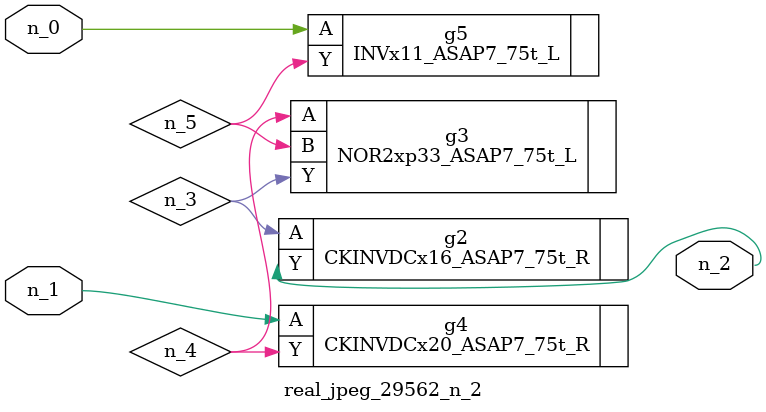
<source format=v>
module real_jpeg_29562_n_2 (n_1, n_0, n_2);

input n_1;
input n_0;

output n_2;

wire n_5;
wire n_4;
wire n_3;

INVx11_ASAP7_75t_L g5 ( 
.A(n_0),
.Y(n_5)
);

CKINVDCx20_ASAP7_75t_R g4 ( 
.A(n_1),
.Y(n_4)
);

CKINVDCx16_ASAP7_75t_R g2 ( 
.A(n_3),
.Y(n_2)
);

NOR2xp33_ASAP7_75t_L g3 ( 
.A(n_4),
.B(n_5),
.Y(n_3)
);


endmodule
</source>
